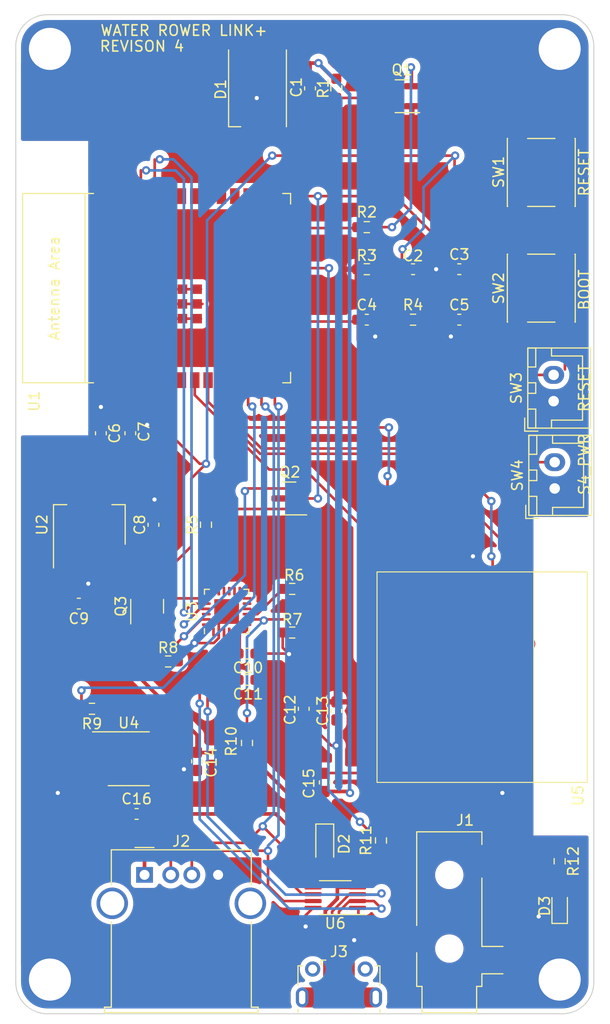
<source format=kicad_pcb>
(kicad_pcb (version 20211014) (generator pcbnew)
  (layers (0 "F.Cu" signal) (31 "B.Cu" signal) (34 "B.Paste" user) (35 "F.Paste" user) (36 "B.SilkS" user "B.Silkscreen") (37 "F.SilkS" user "F.Silkscreen") (38 "B.Mask" user) (39 "F.Mask" user) (44 "Edge.Cuts" user))
  (net 0 "")
  (net 1 "Net-(Q1-Pad2)")
  (net 2 "3.3V")
  (net 3 "CHIP_PU")
  (net 4 "VBUS")
  (net 5 "Net-(R10-Pad2)")
  (net 6 "GND")
  (net 7 "Net-(R7-Pad2)")
  (net 8 "Net-(J2-PadR)")
  (net 9 "S4_EN")
  (net 10 "BOOT")
  (net 11 "S4_VBUS")
  (net 12 "ESD_VBUS")
  (net 13 "ESD_DP")
  (net 14 "ESD_DN")
  (net 15 "ESD_S4_DP")
  (net 16 "ESD_S4_DN")
  (net 17 "U0_RXD")
  (net 18 "U0_TXD")
  (net 19 "ANT_RST")
  (net 20 "ANT_TX")
  (net 21 "ANT_RX")
  (net 22 "ANT_RTS")
  (net 51 "Net-(C5-Pad1)")
  (net 52 "Net-(D3-Pad2)")
  (net 53 "Net-(R2-Pad1)")
  (net 54 "Net-(R3-Pad2)")
  (net 55 "Net-(R6-Pad2)")
  (net 95 "Net-(D1-Pad2)")
  (net 97 "Net-(Q2-Pad1)")
  (net 98 "Net-(Q2-Pad2)")
  (net 99 "Net-(Q3-Pad1)")
  (net 100 "Net-(Q3-Pad2)")
  (footprint "LED_SMD:LED_0603_1608Metric_Pad1.05x0.95mm_HandSolder" (layer "F.Cu") (at 150.75 169.75 90)
    (fp_text reference "D3")
    (fp_text value "RED LED")
  )
  (footprint "Capacitor_SMD:C_0603_1608Metric_Pad1.08x0.95mm_HandSolder" (layer "F.Cu") (at 141.2 114)
    (fp_text reference "C5")
    (fp_text value "0.1uF")
  )
  (footprint "Capacitor_SMD:C_0603_1608Metric_Pad1.08x0.95mm_HandSolder" (layer "F.Cu") (at 136.8 109.2)
    (fp_text reference "C2")
    (fp_text value "1uF")
  )
  (footprint "Package_TO_SOT_SMD:SOT-23" (layer "F.Cu") (at 125 131 180)
    (fp_text reference "Q2")
    (fp_text value "MMBT3904")
  )
  (footprint "Capacitor_SMD:C_0603_1608Metric_Pad1.08x0.95mm_HandSolder" (layer "F.Cu") (at 126.4 151 -90)
    (fp_text reference "C12")
    (fp_text value "0.1uF")
  )
  (footprint "Connector_JST:JST_XH_B2B-XH-A_1x02_P2.50mm_Vertical" (layer "F.Cu") (at 150.175 121.75 90)
    (fp_text reference "SW3")
    (fp_text value "RESET")
  )
  (footprint "Resistor_SMD:R_0603_1608Metric_Pad0.98x0.95mm_HandSolder" (layer "F.Cu") (at 121 154.25 90)
    (fp_text reference "R10")
    (fp_text value "22K")
  )
  (footprint "Capacitor_SMD:C_0603_1608Metric_Pad1.08x0.95mm_HandSolder" (layer "F.Cu") (at 121 145.75)
    (fp_text reference "C10")
    (fp_text value "0.1uF")
  )
  (footprint "Connector_USB:USB_A_Molex_67643_Horizontal" (layer "F.Cu") (at 111.25 166.79)
    (fp_text reference "J2")
    (fp_text value "USB_A")
  )
  (footprint "Resistor_SMD:R_0603_1608Metric_Pad0.98x0.95mm_HandSolder" (layer "F.Cu") (at 132.4 105.2)
    (fp_text reference "R2")
    (fp_text value "1K")
  )
  (footprint "Resistor_SMD:R_0603_1608Metric_Pad0.98x0.95mm_HandSolder" (layer "F.Cu") (at 132.4 109.2 180)
    (fp_text reference "R3")
    (fp_text value "10K")
  )
  (footprint "Button_Switch_SMD:SW_Push_1P1T_NO_6x6mm_H9.5mm" (layer "F.Cu") (at 149 100 -90)
    (fp_text reference "SW1")
    (fp_text value "RESET")
  )
  (footprint "Capacitor_SMD:C_0603_1608Metric_Pad1.08x0.95mm_HandSolder" (layer "F.Cu") (at 129.5 151.2 -90)
    (fp_text reference "C13")
    (fp_text value "4.7uF")
  )
  (footprint "Capacitor_SMD:C_0603_1608Metric_Pad1.08x0.95mm_HandSolder" (layer "F.Cu") (at 110.5 161)
    (fp_text reference "C16")
    (fp_text value "1uF")
  )
  (footprint "Package_SO:MSOP-8_3x3mm_P0.65mm" (layer "F.Cu") (at 129.4 168.958 180)
    (fp_text reference "U6")
    (fp_text value "SP0506BAATG")
  )
  (footprint "Resistor_SMD:R_0603_1608Metric_Pad0.98x0.95mm_HandSolder" (layer "F.Cu") (at 133.75 163.52 90)
    (fp_text reference "R11")
    (fp_text value "10K")
  )
  (footprint "Diode_SMD:D_SOD-323_HandSoldering" (layer "F.Cu") (at 128.4 163.858 -90)
    (fp_text reference "D2")
    (fp_text value "1N5819")
  )
  (footprint "Package_TO_SOT_SMD:SOT-223" (layer "F.Cu") (at 106 133.5 90)
    (fp_text reference "U2")
    (fp_text value "AP7361C-33E")
  )
  (footprint "MyParts:D52Q" (layer "F.Cu") (at 153.3715 158 90)
    (fp_text reference "U5")
    (fp_text value "D52Q")
  )
  (footprint "Package_DFN_QFN:QFN-24-1EP_4x4mm_P0.5mm_EP2.6x2.6mm" (layer "F.Cu") (at 119.0625 141.75 90)
    (fp_text reference "U3")
    (fp_text value "CP2102N-Axx-xQFN24")
  )
  (footprint "Capacitor_SMD:C_0603_1608Metric_Pad1.08x0.95mm_HandSolder" (layer "F.Cu") (at 128.4 158 90)
    (fp_text reference "C15")
    (fp_text value "10uF")
  )
  (footprint "Resistor_SMD:R_0603_1608Metric_Pad0.98x0.95mm_HandSolder" (layer "F.Cu") (at 136.8 114 180)
    (fp_text reference "R4")
    (fp_text value "10K")
  )
  (footprint "Resistor_SMD:R_0603_1608Metric_Pad0.98x0.95mm_HandSolder" (layer "F.Cu") (at 150.75 165.5 90)
    (fp_text reference "R12")
    (fp_text value "5.1K")
  )
  (footprint "Capacitor_SMD:C_0603_1608Metric_Pad1.08x0.95mm_HandSolder" (layer "F.Cu") (at 132.4 114)
    (fp_text reference "C4")
    (fp_text value "0.1uF")
  )
  (footprint "Capacitor_SMD:C_0603_1608Metric_Pad1.08x0.95mm_HandSolder" (layer "F.Cu") (at 141.2 109.2 180)
    (fp_text reference "C3")
    (fp_text value "0.1uF")
  )
  (footprint "Espressif:ESP32-S3-WROOM-1" (layer "F.Cu") (at 115.4 111 90)
    (fp_text reference "U1")
    (fp_text value "ESP32-S3-WROOM-1")
  )
  (footprint "Connector_USB:USB_Micro-B_Molex-105017-0001" (layer "F.Cu") (at 129.75 177.21)
    (fp_text reference "J3")
    (fp_text value "USB_B_Micro")
  )
  (footprint "Resistor_SMD:R_0603_1608Metric_Pad0.98x0.95mm_HandSolder" (layer "F.Cu") (at 129.5 92 90)
    (fp_text reference "R1")
    (fp_text value "10K")
  )
  (footprint "Capacitor_SMD:C_0603_1608Metric_Pad1.08x0.95mm_HandSolder" (layer "F.Cu") (at 112.1 133.5 -90)
    (fp_text reference "C8")
    (fp_text value "4.7uF")
  )
  (footprint "Resistor_SMD:R_0603_1608Metric_Pad0.98x0.95mm_HandSolder" (layer "F.Cu") (at 117.1 133.5 90)
    (fp_text reference "R5")
    (fp_text value "10K")
  )
  (footprint "Resistor_SMD:R_0603_1608Metric_Pad0.98x0.95mm_HandSolder" (layer "F.Cu") (at 113.5 146.5 180)
    (fp_text reference "R8")
    (fp_text value "10K")
  )
  (footprint "Package_TO_SOT_SMD:SOT-23" (layer "F.Cu") (at 111.5 141.25 90)
    (fp_text reference "Q3")
    (fp_text value "MMBT3904")
  )
  (footprint "Package_SO:SOIC-8_3.9x4.9mm_P1.27mm" (layer "F.Cu") (at 109.75 155.75)
    (fp_text reference "U4")
    (fp_text value "LM3525M-H")
  )
  (footprint "Package_TO_SOT_SMD:SOT-23" (layer "F.Cu") (at 135.75 92.75 180)
    (fp_text reference "Q1")
    (fp_text value "BSS138")
  )
  (footprint "Capacitor_SMD:C_0603_1608Metric_Pad1.08x0.95mm_HandSolder" (layer "F.Cu") (at 121 148.25)
    (fp_text reference "C11")
    (fp_text value "4.7uF")
  )
  (footprint "Resistor_SMD:R_0603_1608Metric_Pad0.98x0.95mm_HandSolder" (layer "F.Cu") (at 125.3 139.6 180)
    (fp_text reference "R6")
    (fp_text value "1K")
  )
  (footprint "Resistor_SMD:R_0603_1608Metric_Pad0.98x0.95mm_HandSolder" (layer "F.Cu") (at 106.25 151 180)
    (fp_text reference "R9")
    (fp_text value "10K")
  )
  (footprint "Resistor_SMD:R_0603_1608Metric_Pad0.98x0.95mm_HandSolder" (layer "F.Cu") (at 125.3 143.75)
    (fp_text reference "R7")
    (fp_text value "47K")
  )
  (footprint "Connector_Audio:Jack_3.5mm_CUI_SJ-3523-SMT_Horizontal" (layer "F.Cu") (at 140.25 171.3 180)
    (fp_text reference "J1")
    (fp_text value "AudioJack3")
  )
  (footprint "LED_SMD:LED_SK6812_PLCC4_5.0x5.0mm_P3.2mm" (layer "F.Cu") (at 122 92 -90)
    (fp_text reference "D1")
    (fp_text value "SK6812")
  )
  (footprint "Capacitor_SMD:C_0603_1608Metric_Pad1.08x0.95mm_HandSolder" (layer "F.Cu") (at 127 92 90)
    (fp_text reference "C1")
    (fp_text value "0.1uF")
  )
  (footprint "Capacitor_SMD:C_0603_1608Metric_Pad1.08x0.95mm_HandSolder" (layer "F.Cu") (at 105 141 180)
    (fp_text reference "C9")
    (fp_text value "4.7uF")
  )
  (footprint "Capacitor_SMD:C_0603_1608Metric_Pad1.08x0.95mm_HandSolder" (layer "F.Cu") (at 116.25 156 90)
    (fp_text reference "C14")
    (fp_text value "0.1uF")
  )
  (footprint "Capacitor_SMD:C_0603_1608Metric_Pad1.08x0.95mm_HandSolder" (layer "F.Cu") (at 109.9 124.8 90)
    (fp_text reference "C7")
    (fp_text value "0.1uF")
  )
  (footprint "Button_Switch_SMD:SW_Push_1P1T_NO_6x6mm_H9.5mm" (layer "F.Cu") (at 149 111 -90)
    (fp_text reference "SW2")
    (fp_text value "BOOT")
  )
  (footprint "Capacitor_SMD:C_0603_1608Metric_Pad1.08x0.95mm_HandSolder" (layer "F.Cu") (at 107.1 124.8 90)
    (fp_text reference "C6")
    (fp_text value "10uF")
  )
  (footprint "Connector_JST:JST_XH_B2B-XH-A_1x02_P2.50mm_Vertical" (layer "F.Cu") (at 150.275 130.05 90)
    (fp_text reference "SW4")
    (fp_text value "S4")
  )
  (gr_arc locked (start 151 85) (mid 153.12132 85.87868) (end 154 88) (layer "Edge.Cuts") (width 0.1))
  (gr_line locked (start 154 88) (end 154 177) (layer "Edge.Cuts") (width 0.1))
  (gr_arc locked (start 102 180) (mid 99.87868 179.12132) (end 99 177) (layer "Edge.Cuts") (width 0.1))
  (gr_line locked (start 102 85) (end 151 85) (layer "Edge.Cuts") (width 0.1))
  (gr_line locked (start 99 88) (end 99 177) (layer "Edge.Cuts") (width 0.1))
  (gr_line locked (start 102 180) (end 151 180) (layer "Edge.Cuts") (width 0.1))
  (gr_arc locked (start 154 177) (mid 153.12132 179.12132) (end 151 180) (layer "Edge.Cuts") (width 0.1))
  (gr_arc locked (start 99 88) (mid 99.87868 85.87868) (end 102 85) (layer "Edge.Cuts") (width 0.1))
  (gr_text "REVISON 4" (at 111 88) (layer "F.SilkS") (effects (font (size 1 1))))
  (gr_text "S4_PWR" (at 153.09 127.75 90) (layer "F.SilkS") (effects (font (size 1 1))))
  (gr_text "WATER ROWER LINK+" (at 115 86.5) (layer "F.SilkS") (effects (font (size 1 1))))
  (gr_text "RESET" (at 153.09 120.5 90) (layer "F.SilkS") (effects (font (size 1 1))))
  (gr_text "RESET" (at 153.09 100 90) (layer "F.SilkS") (effects (font (size 1 1))))
  (segment (start 136.6 90) (end 136.6875 90.0875) (width 0.25) (layer "F.Cu") (net 1))
  (segment (start 133.1625 109.2) (end 133.1625 105.35) (width 0.25) (layer "F.Cu") (net 1))
  (segment (start 134.8 105.2) (end 133.3125 105.2) (width 0.25) (layer "F.Cu") (net 1))
  (segment (start 136.6875 90.0875) (end 136.6875 91.8) (width 0.25) (layer "F.Cu") (net 1))
  (via (at 136.6 90) (size 0.8) (drill 0.4) (layers "F.Cu" "B.Cu") (net 1))
  (via (at 134.8 105.2) (size 0.8) (drill 0.4) (layers "F.Cu" "B.Cu") (net 1))
  (segment (start 134.8 105.2) (end 136.6 103.4) (width 0.25) (layer "B.Cu") (net 1))
  (segment (start 136.6 103.4) (end 136.6 90) (width 0.25) (layer "B.Cu") (net 1))
  (segment (start 119.8125 143.6875) (end 119.8125 145.425) (width 0.25) (layer "F.Cu") (net 2))
  (segment (start 120.3125 143.6875) (end 120.8125 143.6875) (width 0.25) (layer "F.Cu") (net 2))
  (segment (start 120.3125 143.6875) (end 120.3125 145.575) (width 0.25) (layer "F.Cu") (net 2))
  (segment (start 120.1375 145.75) (end 120.1375 148.25) (width 0.25) (layer "F.Cu") (net 2))
  (segment (start 121 143.5) (end 121 143) (width 0.25) (layer "F.Cu") (net 2))
  (segment (start 120.8125 143.6875) (end 121 143.5) (width 0.25) (layer "F.Cu") (net 2))
  (segment (start 142.6 100.175) (end 142.575 100.175) (width 0.25) (layer "F.Cu") (net 3))
  (segment (start 117.1 127.7) (end 116.5 127.7) (width 0.25) (layer "F.Cu") (net 3))
  (segment (start 142.0625 115.5625) (end 142.0625 114) (width 0.25) (layer "F.Cu") (net 3))
  (segment (start 116.5 127.7) (end 109.68 120.88) (width 0.25) (layer "F.Cu") (net 3))
  (segment (start 135.8 107.3) (end 135.7375 107.3625) (width 0.25) (layer "F.Cu") (net 3))
  (segment (start 109.68 120.88) (end 109.68 119.75) (width 0.25) (layer "F.Cu") (net 3))
  (segment (start 145.75 119.25) (end 150.175 119.25) (width 0.25) (layer "F.Cu") (net 3))
  (segment (start 117.1 127.7) (end 115.7 129.1) (width 0.25) (layer "F.Cu") (net 3))
  (segment (start 142.0625 115.5625) (end 145.75 119.25) (width 0.25) (layer "F.Cu") (net 3))
  (segment (start 111.5 139.75) (end 115.7 135.55) (width 0.25) (layer "F.Cu") (net 3))
  (segment (start 146.75 96.025) (end 142.6 100.175) (width 0.25) (layer "F.Cu") (net 3))
  (segment (start 139.2625 111.2) (end 142.0625 114) (width 0.25) (layer "F.Cu") (net 3))
  (segment (start 146.375 103.975) (end 142.575 100.175) (width 0.25) (layer "F.Cu") (net 3))
  (segment (start 115.7 129.1) (end 115.7 135.55) (width 0.25) (layer "F.Cu") (net 3))
  (segment (start 141.425 100.175) (end 140.75 99.5) (width 0.25) (layer "F.Cu") (net 3))
  (segment (start 142.6 100.175) (end 141.425 100.175) (width 0.25) (layer "F.Cu") (net 3))
  (segment (start 140.8 98.4) (end 123.4 98.4) (width 0.25) (layer "F.Cu") (net 3))
  (segment (start 135.7375 107.3625) (end 135.7375 109.2) (width 0.25) (layer "F.Cu") (net 3))
  (segment (start 135.7375 109.2) (end 137.7375 111.2) (width 0.25) (layer "F.Cu") (net 3))
  (segment (start 140.75 98.45) (end 140.8 98.4) (width 0.25) (layer "F.Cu") (net 3))
  (segment (start 140.75 99.5) (end 140.75 98.45) (width 0.25) (layer "F.Cu") (net 3))
  (segment (start 135.6875 113.25) (end 137.7375 111.2) (width 0.25) (layer "F.Cu") (net 3))
  (segment (start 137.7375 111.2) (end 139.2625 111.2) (width 0.25) (layer "F.Cu") (net 3))
  (segment (start 135.6875 113.8) (end 135.6875 113.25) (width 0.25) (layer "F.Cu") (net 3))
  (via (at 123.4 98.4) (size 0.8) (drill 0.4) (layers "F.Cu" "B.Cu") (net 3))
  (via (at 140.8 98.4) (size 0.8) (drill 0.4) (layers "F.Cu" "B.Cu") (net 3))
  (via (at 135.8 107.3) (size 0.8) (drill 0.4) (layers "F.Cu" "B.Cu") (net 3))
  (via (at 117.1 127.7) (size 0.8) (drill 0.4) (layers "F.Cu" "B.Cu") (net 3))
  (segment (start 135.8 107.3) (end 137.8 105.3) (width 0.25) (layer "B.Cu") (net 3))
  (segment (start 117.1 127.7) (end 117.2 127.6) (width 0.25) (layer "B.Cu") (net 3))
  (segment (start 137.8 105.3) (end 137.8 101.4) (width 0.25) (layer "B.Cu") (net 3))
  (segment (start 117.2 127.6) (end 117.2 104.55) (width 0.25) (layer "B.Cu") (net 3))
  (segment (start 137.8 101.4) (end 140.8 98.4) (width 0.25) (layer "B.Cu") (net 3))
  (segment (start 117.2 104.55) (end 123.35 98.4) (width 0.25) (layer "B.Cu") (net 3))
  (segment (start 123.35 98.4) (end 123.4 98.4) (width 0.25) (layer "B.Cu") (net 3))
  (segment (start 127 91.1375) (end 127 89.6) (width 0.35) (layer "F.Cu") (net 4))
  (segment (start 104 140.8625) (end 104 137.05) (width 0.35) (layer "F.Cu") (net 4))
  (segment (start 127 89.6) (end 127.7625 89.6) (width 0.35) (layer "F.Cu") (net 4))
  (segment (start 126.95 89.55) (end 123.6 89.55) (width 0.35) (layer "F.Cu") (net 4))
  (segment (start 130.6625 158.8625) (end 130.8 159) (width 0.35) (layer "F.Cu") (net 4))
  (segment (start 124.61875 158.78125) (end 121 155.1625) (width 0.35) (layer "F.Cu") (net 4))
  (segment (start 121 155.1625) (end 116.275 155.1625) (width 0.35) (layer "F.Cu") (net 4))
  (segment (start 104.25 141.5) (end 116.25 153.5) (width 0.35) (layer "F.Cu") (net 4))
  (segment (start 128.4 162.608) (end 128.4 158.8625) (width 0.35) (layer "F.Cu") (net 4))
  (segment (start 116.25 153.5) (end 116.25 155.1375) (width 0.35) (layer "F.Cu") (net 4))
  (segment (start 124.7 158.8625) (end 130.6625 158.8625) (width 0.35) (layer "F.Cu") (net 4))
  (segment (start 112.225 155.115) (end 116.2275 155.115) (width 0.35) (layer "F.Cu") (net 4))
  (segment (start 104.25 141.1125) (end 104.25 141.5) (width 0.35) (layer "F.Cu") (net 4))
  (segment (start 124.7 158.8625) (end 124.61875 158.78125) (width 0.35) (layer "F.Cu") (net 4))
  (segment (start 127.7625 89.6) (end 129.5 91.3375) (width 0.35) (layer "F.Cu") (net 4))
  (via (at 130.8 159) (size 0.8) (drill 0.4) (layers "F.Cu" "B.Cu") (net 4))
  (via (at 127.8 89.6) (size 0.8) (drill 0.4) (layers "F.Cu" "B.Cu") (net 4))
  (segment (start 130.762989 92.562989) (end 127.8 89.6) (width 0.35) (layer "B.Cu") (net 4))
  (segment (start 130.8 159) (end 130.762989 158.962989) (width 0.35) (layer "B.Cu") (net 4))
  (segment (start 130.762989 158.962989) (end 130.762989 92.562989) (width 0.35) (layer "B.Cu") (net 4))
  (segment (start 124.9125 142.5) (end 121 142.5) (width 0.25) (layer "F.Cu") (net 5))
  (segment (start 122.6 142.6) (end 122.4 142.6) (width 0.25) (layer "F.Cu") (net 5))
  (segment (start 121 153.3375) (end 121 151.4) (width 0.25) (layer "F.Cu") (net 5))
  (segment (start 126.1625 143.75) (end 124.9125 142.5) (width 0.25) (layer "F.Cu") (net 5))
  (via (at 121 151.4) (size 0.8) (drill 0.4) (layers "F.Cu" "B.Cu") (net 5))
  (via (at 122.6 142.6) (size 0.8) (drill 0.4) (layers "F.Cu" "B.Cu") (net 5))
  (segment (start 121 144.2) (end 121 151.4) (width 0.25) (layer "B.Cu") (net 5))
  (segment (start 122.6 142.6) (end 121 144.2) (width 0.25) (layer "B.Cu") (net 5))
  (segment (start 133.2 115.6) (end 133.2 114.0625) (width 0.25) (layer "F.Cu") (net 6))
  (segment (start 111.35 113.9) (end 107.14 118.11) (width 0.25) (layer "F.Cu") (net 6))
  (segment (start 105.8625 139.1375) (end 105.9 139.1) (width 0.25) (layer "F.Cu") (net 6))
  (segment (start 151.25 103.975) (end 151.25 96.025) (width 0.25) (layer "F.Cu") (net 6))
  (segment (start 118.3125 144.27548) (end 118.3125 143.6875) (width 0.25) (layer "F.Cu") (net 6))
  (segment (start 129.709001 154.709001) (end 129.709001 157.109001) (width 0.25) (layer "F.Cu") (net 6))
  (segment (start 121.925 92.925) (end 126.5625 92.925) (width 0.25) (layer "F.Cu") (net 6))
  (segment (start 105.9 139.1) (end 105.9 136.75) (width 0.25) (layer "F.Cu") (net 6))
  (segment (start 129.5 154.5) (end 129.5 152.0625) (width 0.25) (layer "F.Cu") (net 6))
  (segment (start 107.14 102.25) (end 107.14 114.61) (width 0.25) (layer "F.Cu") (net 6))
  (segment (start 111.5 124) (end 111.4375 123.9375) (width 0.25) (layer "F.Cu") (net 6))
  (segment (start 148.75 170.75) (end 148.8875 170.6125) (width 0.25) (layer "F.Cu") (net 6))
  (segment (start 129.5 154.5) (end 129.709001 154.709001) (width 0.25) (layer "F.Cu") (net 6))
  (segment (start 124.4 145.2) (end 124.4 143.9115) (width 0.25) (layer "F.Cu") (net 6))
  (segment (start 107.14 114.61) (end 107.14 116.39) (width 0.25) (layer "F.Cu") (net 6))
  (segment (start 131.6 172.6) (end 131.6 170.0205) (width 0.25) (layer "F.Cu") (net 6))
  (segment (start 107.1 122.3) (end 107.1 123.9375) (width 0.25) (layer "F.Cu") (net 6))
  (segment (start 126.58 171.7) (end 126.58 170.6405) (width 0.25) (layer "F.Cu") (net 6))
  (segment (start 107.14 118.11) (end 107.14 118.89) (width 0.25) (layer "F.Cu") (net 6))
  (segment (start 111.4375 123.9375) (end 110.4 123.9375) (width 0.25) (layer "F.Cu") (net 6))
  (segment (start 151.25 114.975) (end 151.25 107.025) (width 0.25) (layer "F.Cu") (net 6))
  (segment (start 107.14 118.89) (end 107.14 122.26) (width 0.25) (layer "F.Cu") (net 6))
  (segment (start 111.03 112.5) (end 107.14 116.39) (width 0.25) (layer "F.Cu") (net 6))
  (segment (start 113.96 111.1) (end 110.65 111.1) (width 0.25) (layer "F.Cu") (net 6))
  (segment (start 150.75 170.6125) (end 148.8875 170.6125) (width 0.25) (layer "F.Cu") (net 6))
  (segment (start 126.58 170.6405) (end 127.2875 169.933) (width 0.25) (layer "F.Cu") (net 6))
  (segment (start 125 145.8) (end 124.4 145.2) (width 0.25) (layer "F.Cu") (net 6))
  (segment (start 112.2 131.1) (end 112.2 132.7375) (width 0.25) (layer "F.Cu") (net 6))
  (segment (start 117.83798 144.75) (end 118.3125 144.27548) (width 0.25) (layer "F.Cu") (net 6))
  (segment (start 129.5 154.5) (end 129.0375 154.5) (width 0.25) (layer "F.Cu") (net 6))
  (segment (start 131.05 173.15) (end 131.2 173) (width 0.25) (layer "F.Cu") (net 6))
  (segment (start 116 144.75) (end 117.83798 144.75) (width 0.25) (layer "F.Cu") (net 6))
  (segment (start 131.6 170.0205) (end 131.5125 169.933) (width 0.25) (layer "F.Cu") (net 6))
  (segment (start 103 159) (end 105 161) (width 0.25) (layer "F.Cu") (net 6))
  (segment (start 129.0375 154.5) (end 126.4 151.8625) (width 0.25) (layer "F.Cu") (net 6))
  (segment (start 131.05 175.8475) (end 131.05 173.15) (width 0.25) (layer "F.Cu") (net 6))
  (segment (start 113.81 113.9) (end 116.61 113.9) (width 0.25) (layer "F.Cu") (net 6))
  (segment (start 140.4 115.6) (end 140.4 114.0625) (width 0.25) (layer "F.Cu") (net 6))
  (segment (start 128.428499 157.109001) (end 129.709001 157.109001) (width 0.25) (layer "F.Cu") (net 6))
  (segment (start 113.96 113.9) (end 111.35 113.9) (width 0.25) (layer "F.Cu") (net 6))
  (segment (start 124.95 145.75) (end 125 145.8) (width 0.25) (layer "F.Cu") (net 6))
  (segment (start 113.81 111.1) (end 116.61 111.1) (width 0.25) (layer "F.Cu") (net 6))
  (segment (start 145.3 159) (end 145.3 158.037501) (width 0.25) (layer "F.Cu") (net 6))
  (segment (start 105.8625 141) (end 105.8625 139.1375) (width 0.25) (layer "F.Cu") (net 6))
  (segment (start 103 159) (end 105.615 156.385) (width 0.25) (layer "F.Cu") (net 6))
  (segment (start 151.25 118.725) (end 151.25 114.975) (width 0.25) (layer "F.Cu") (net 6))
  (segment (start 110.65 111.1) (end 107.14 114.61) (width 0.25) (layer "F.Cu") (net 6))
  (segment (start 107.14 116.39) (end 107.14 118.89) (width 0.25) (layer "F.Cu") (net 6))
  (segment (start 115 156.75) (end 116.1375 156.75) (width 0.25) (layer "F.Cu") (net 6))
  (segment (start 116.76 112.5) (end 111.03 112.5) (width 0.25) (layer "F.Cu") (net 6))
  (segment (start 145.3 158.180501) (end 146.3715 157.109001) (width 0.25) (layer "F.Cu") (net 6))
  (segment (start 131.2 173) (end 131.6 172.6) (width 0.25) (layer "F.Cu") (net 6))
  (segment (start 121.8625 145.75) (end 124.95 145.75) (width 0.25) (layer "F.Cu") (net 6))
  (segment (start 105 161) (end 109.8875 161) (width 0.25) (layer "F.Cu") (net 6))
  (segment (start 139 109.2) (end 137.6625 109.2) (width 0.25) (layer "F.Cu") (net 6))
  (segment (start 139 109.2) (end 140.3375 109.2) (width 0.25) (layer "F.Cu") (net 6))
  (segment (start 121.925 92.925) (end 120.4 94.45) (width 0.25) (layer "F.Cu") (net 6))
  (segment (start 145.3 158.037501) (end 144.3715 157.109001) (width 0.25) (layer "F.Cu") (net 6))
  (segment (start 121.8625 145.75) (end 121.8625 148.25) (width 0.25) (layer "F.Cu") (net 6))
  (segment (start 151.25 107.025) (end 151.25 103.975) (width 0.25) (layer "F.Cu") (net 6))
  (segment (start 105.615 156.385) (end 107.275 156.385) (width 0.25) (layer "F.Cu") (net 6))
  (segment (start 142.3715 138.9) (end 142.3715 136.6285) (width 0.25) (layer "F.Cu") (net 6))
  (segment (start 118.3125 142.7) (end 118.3125 143.6875) (width 0.25) (layer "F.Cu") (net 6))
  (segment (start 129.709001 157.109001) (end 134.3715 157.109001) (width 0.25) (layer "F.Cu") (net 6))
  (via (at 139 109.2) (size 0.8) (drill 0.4) (layers "F.Cu" "B.Cu") (net 6))
  (via (at 148.75 170.75) (size 0.8) (drill 0.4) (layers "F.Cu" "B.Cu") (net 6))
  (via locked (at 150.75 176.75) (size 4.5) (drill 4) (layers "F.Cu" "B.Cu") (net 6))
  (via (at 121.925 92.925) (size 0.8) (drill 0.4) (layers "F.Cu" "B.Cu") (net 6))
  (via (at 115 156.75) (size 0.8) (drill 0.4) (layers "F.Cu" "B.Cu") (net 6))
  (via (at 131.2 173) (size 0.8) (drill 0.4) (layers "F.Cu" "B.Cu") (net 6))
  (via (at 116 144.75) (size 0.8) (drill 0.4) (layers "F.Cu" "B.Cu") (net 6))
  (via (at 140.4 115.6) (size 0.8) (drill 0.4) (layers "F.Cu" "B.Cu") (net 6))
  (via (at 125 145.8) (size 0.8) (drill 0.4) (layers "F.Cu" "B.Cu") (net 6))
  (via locked (at 102.25 176.75) (size 4.5) (drill 4) (layers "F.Cu" "B.Cu") (net 6))
  (via (at 103 159) (size 0.8) (drill 0.4) (layers "F.Cu" "B.Cu") (net 6))
  (via (at 145.3 159) (size 0.8) (drill 0.4) (layers "F.Cu" "B.Cu") (net 6))
  (via (at 133.2 115.6) (size 0.8) (drill 0.4) (layers "F.Cu" "B.Cu") (net 6))
  (via (at 142.5 136.5) (size 0.8) (drill 0.4) (layers "F.Cu" "B.Cu") (net 6))
  (via (at 129.5 154.5) (size 0.8) (drill 0.4) (layers "F.Cu" "B.Cu") (net 6))
  (via (at 126.58 171.7) (size 0.8) (drill 0.4) (layers "F.Cu" "B.Cu") (net 6))
  (via (at 112.2 131.1) (size 0.8) (drill 0.4) (layers "F.Cu" "B.Cu") (net 6))
  (via (at 107.1 122.3) (size 0.8) (drill 0.4) (layers "F.Cu" "B.Cu") (net 6))
  (via (at 105.9 139.1) (size 0.8) (drill 0.4) (layers "F.Cu" "B.Cu") (net 6))
  (via (at 111.5 124) (size 0.8) (drill 0.4) (layers "F.Cu" "B.Cu") (net 6))
  (via locked (at 150.75 88.25) (size 4.5) (drill 4) (layers "F.Cu" "B.Cu") (net 6))
  (via locked (at 102.25 88.25) (size 4.5) (drill 4) (layers "F.Cu" "B.Cu") (net 6))
  (segment (start 121 142) (end 121.9875 142) (width 0.25) (layer "F.Cu") (net 7))
  (segment (start 121.9875 142) (end 124.3875 139.6) (width 0.25) (layer "F.Cu") (net 7))
  (segment (start 136.55 167.2325) (end 133.75 164.4325) (width 0.25) (layer "F.Cu") (net 8))
  (segment (start 136.55 172.9) (end 136.55 167.2325) (width 0.25) (layer "F.Cu") (net 8))
  (segment (start 107.1625 151) (end 107.1625 153.7325) (width 0.25) (layer "F.Cu") (net 9))
  (segment (start 127.75 131) (end 124.0625 131) (width 0.25) (layer "F.Cu") (net 10))
  (segment (start 144.2375 107.025) (end 142.0625 109.2) (width 0.25) (layer "F.Cu") (net 10))
  (segment (start 127.75 102.25) (end 135.1125 102.25) (width 0.25) (layer "F.Cu") (net 10))
  (segment (start 124.15 102.25) (end 127.75 102.25) (width 0.25) (layer "F.Cu") (net 10))
  (segment (start 146.75 114.975) (end 146.75 113.8875) (width 0.25) (layer "F.Cu") (net 10))
  (segment (start 146.75 113.8875) (end 142.0625 109.2) (width 0.25) (layer "F.Cu") (net 10))
  (segment (start 135.1125 102.25) (end 142.0625 109.2) (width 0.25) (layer "F.Cu") (net 10))
  (segment (start 146.75 107.025) (end 144.2375 107.025) (width 0.25) (layer "F.Cu") (net 10))
  (via (at 127.75 131) (size 0.8) (drill 0.4) (layers "F.Cu" "B.Cu") (net 10))
  (via (at 127.75 102.25) (size 0.8) (drill 0.4) (layers "F.Cu" "B.Cu") (net 10))
  (segment (start 127.75 131) (end 127.75 102.25) (width 0.25) (layer "B.Cu") (net 10))
  (segment (start 112.225 156.385) (end 110.615 156.385) (width 0.35) (layer "F.Cu") (net 11))
  (segment (start 123.75 161) (end 111.3625 161) (width 0.35) (layer "F.Cu") (net 11))
  (segment (start 111.25 161.3625) (end 111.6125 161) (width 0.35) (layer "F.Cu") (net 11))
  (segment (start 111.25 166.79) (end 111.25 161.3625) (width 0.35) (layer "F.Cu") (net 11))
  (segment (start 110.5 155.123217) (end 110.5 160.1375) (width 0.35) (layer "F.Cu") (net 11))
  (segment (start 126.1375 166.833) (end 126.1375 163.3875) (width 0.35) (layer "F.Cu") (net 11))
  (segment (start 126.1375 163.3875) (end 123.75 161) (width 0.35) (layer "F.Cu") (net 11))
  (segment (start 110.5 160.1375) (end 111.3625 161) (width 0.35) (layer "F.Cu") (net 11))
  (segment (start 127.2875 167.983) (end 126.1375 166.833) (width 0.35) (layer "F.Cu") (net 11))
  (segment (start 110.5 155.123217) (end 111.778217 153.845) (width 0.35) (layer "F.Cu") (net 11))
  (segment (start 128.45 175.7475) (end 128.45 170.211928) (width 0.35) (layer "F.Cu") (net 12))
  (segment (start 129.599639 169.062289) (end 129.599639 167.983) (width 0.35) (layer "F.Cu") (net 12))
  (segment (start 128.4 165.108) (end 128.4 166.783361) (width 0.35) (layer "F.Cu") (net 12))
  (segment (start 128.45 170.211928) (end 129.599639 169.062289) (width 0.35) (layer "F.Cu") (net 12))
  (segment (start 129.599639 167.983) (end 131.5125 167.983) (width 0.35) (layer "F.Cu") (net 12))
  (segment (start 128.4 166.783361) (end 129.599639 167.983) (width 0.35) (layer "F.Cu") (net 12))
  (segment (start 130.749639 169.283) (end 131.5125 169.283) (width 0.25) (layer "F.Cu") (net 13))
  (segment (start 116.5 150.5) (end 116.5 147.3) (width 0.25) (layer "F.Cu") (net 13))
  (segment (start 129.75 175.8475) (end 129.75 170.282639) (width 0.25) (layer "F.Cu") (net 13))
  (segment (start 133.8 170) (end 133.083 169.283) (width 0.25) (layer "F.Cu") (net 13))
  (segment (start 118.8125 144.9875) (end 118.8125 143.6875) (width 0.25) (layer "F.Cu") (net 13))
  (segment (start 133.083 169.283) (end 131.5125 169.283) (width 0.25) (layer "F.Cu") (net 13))
  (segment (start 129.75 170.282639) (end 130.749639 169.283) (width 0.25) (layer "F.Cu") (net 13))
  (segment (start 116.5 147.3) (end 118.8125 144.9875) (width 0.25) (layer "F.Cu") (net 13))
  (via (at 116.5 150.5) (size 0.8) (drill 0.4) (layers "F.Cu" "B.Cu") (net 13))
  (via (at 133.8 170) (size 0.8) (drill 0.4) (layers "F.Cu" "B.Cu") (net 13))
  (segment (start 125 170) (end 116.5 161.5) (width 0.25) (layer "B.Cu") (net 13))
  (segment (start 116.5 161.5) (end 116.5 150.5) (width 0.25) (layer "B.Cu") (net 13))
  (segment (start 133.8 170) (end 125 170) (width 0.25) (layer "B.Cu") (net 13))
  (segment (start 119.3125 143.6875) (end 119.3125 145.287862) (width 0.25) (layer "F.Cu") (net 14))
  (segment (start 130.749639 168.633) (end 131.5125 168.633) (width 0.25) (layer "F.Cu") (net 14))
  (segment (start 129.1 175.8475) (end 129.1 170.282639) (width 0.25) (layer "F.Cu") (net 14))
  (segment (start 117.25 147.350362) (end 117.25 151.25) (width 0.25) (layer "F.Cu") (net 14))
  (segment (start 129.1 170.282639) (end 130.749639 168.633) (width 0.25) (layer "F.Cu") (net 14))
  (segment (start 133.6835 168.675) (end 131.5545 168.675) (width 0.25) (layer "F.Cu") (net 14))
  (segment (start 133.8 168.5585) (end 133.6835 168.675) (width 0.25) (layer "F.Cu") (net 14))
  (segment (start 119.3125 145.287862) (end 117.25 147.350362) (width 0.25) (layer "F.Cu") (net 14))
  (via (at 133.8 168.5585) (size 0.8) (drill 0.4) (layers "F.Cu" "B.Cu") (net 14))
  (via (at 117.25 151.25) (size 0.8) (drill 0.4) (layers "F.Cu" "B.Cu") (net 14))
  (segment (start 133.6835 168.675) (end 124.675 168.675) (width 0.25) (layer "B.Cu") (net 14))
  (segment (start 133.8 168.5585) (end 133.6835 168.675) (width 0.25) (layer "B.Cu") (net 14))
  (segment (start 117.25 161.25) (end 117.25 151.25) (width 0.25) (layer "B.Cu") (net 14))
  (segment (start 124.675 168.675) (end 117.25 161.25) (width 0.25) (layer "B.Cu") (net 14))
  (segment (start 123 167.815006) (end 123 164.5) (width 0.25) (layer "F.Cu") (net 15))
  (segment (start 124.467994 169.283) (end 123 167.815006) (width 0.25) (layer "F.Cu") (net 15))
  (segment (start 115.75 165) (end 115.75 166.79) (width 0.25) (layer "F.Cu") (net 15))
  (segment (start 127.2875 169.283) (end 124.467994 169.283) (width 0.25) (layer "F.Cu") (net 15))
  (segment (start 115.75 165) (end 116.25 164.5) (width 0.25) (layer "F.Cu") (net 15))
  (segment (start 123 164.5) (end 116.25 164.5) (width 0.25) (layer "F.Cu") (net 15))
  (segment (start 123.65 119.75) (end 123.65 122.1) (width 0.25) (layer "F.Cu") (net 15))
  (via (at 123 164.5) (size 0.8) (drill 0.4) (layers "F.Cu" "B.Cu") (net 15))
  (via (at 124 122.25) (size 0.8) (drill 0.4) (layers "F.Cu" "B.Cu") (net 15))
  (segment (start 124 163.018036) (end 124 122.25) (width 0.25) (layer "B.Cu") (net 15))
  (segment (start 123 164.5) (end 123 164.018036) (width 0.25) (layer "B.Cu") (net 15))
  (segment (start 123 164.018036) (end 124 163.018036) (width 0.25) (layer "B.Cu") (net 15))
  (segment (start 113.75 164.5) (end 113.75 166.79) (width 0.25) (layer "F.Cu") (net 16))
  (segment (start 122.5 162.174992) (end 120.924992 163.75) (width 0.25) (layer "F.Cu") (net 16))
  (segment (start 126.259034 168.633) (end 127.2875 168.633) (width 0.25) (layer "F.Cu") (net 16))
  (segment (start 124.25 166.623966) (end 126.259034 168.633) (width 0.25) (layer "F.Cu") (net 16))
  (segment (start 122.38 119.75) (end 122.38 122.12) (width 0.25) (layer "F.Cu") (net 16))
  (segment (start 124.25 163.924992) (end 124.25 166.623966) (width 0.25) (layer "F.Cu") (net 16))
  (segment (start 120.924992 163.75) (end 114.5 163.75) (width 0.25) (layer "F.Cu") (net 16))
  (segment (start 122.5 162.174992) (end 124.25 163.924992) (width 0.25) (layer "F.Cu") (net 16))
  (segment (start 114.5 163.75) (end 113.75 164.5) (width 0.25) (layer "F.Cu") (net 16))
  (via (at 122.5 162.174992) (size 0.8) (drill 0.4) (layers "F.Cu" "B.Cu") (net 16))
  (via (at 122.75 122.25) (size 0.8) (drill 0.4) (layers "F.Cu" "B.Cu") (net 16))
  (segment (start 122.5 162) (end 123.55048 160.94952) (width 0.25) (layer "B.Cu") (net 16))
  (segment (start 123.55048 123.05048) (end 122.75 122.25) (width 0.25) (layer "B.Cu") (net 16))
  (segment (start 123.55048 160.94952) (end 123.55048 123.05048) (width 0.25) (layer "B.Cu") (net 16))
  (segment (start 122.5 162.174992) (end 122.5 162) (width 0.25) (layer "B.Cu") (net 16))
  (segment (start 116.5 141.5) (end 117.125 141.5) (width 0.25) (layer "F.Cu") (net 17))
  (segment (start 115 143) (end 116.5 141.5) (width 0.25) (layer "F.Cu") (net 17))
  (segment (start 112.22 98.77) (end 112.22 102.25) (width 0.25) (layer "F.Cu") (net 17))
  (via (at 115 142.970469) (size 0.8) (drill 0.4) (layers "F.Cu" "B.Cu") (net 17))
  (via (at 112.7 98.75) (size 0.8) (drill 0.4) (layers "F.Cu" "B.Cu") (net 17))
  (segment (start 115.724511 142.275489) (end 115 143) (width 0.25) (layer "B.Cu") (net 17))
  (segment (start 115.724511 100.474511) (end 115.724511 142.275489) (width 0.25) (layer "B.Cu") (net 17))
  (segment (start 114 98.75) (end 115.724511 100.474511) (width 0.25) (layer "B.Cu") (net 17))
  (segment (start 112.7 98.75) (end 114 98.75) (width 0.25) (layer "B.Cu") (net 17))
  (segment (start 114.946095 141.840938) (end 115.787033 141) (width 0.25) (layer "F.Cu") (net 18))
  (segment (start 110.9 99.8) (end 110.9 102.2) (width 0.25) (layer "F.Cu") (net 18))
  (segment (start 115.787033 141) (end 117.125 141) (width 0.25) (layer "F.Cu") (net 18))
  (via (at 111.4 99.8) (size 0.8) (drill 0.4) (layers "F.Cu" "B.Cu") (net 18))
  (via (at 115 141.840938) (size 0.8) (drill 0.4) (layers "F.Cu" "B.Cu") (net 18))
  (segment (start 115 141.787033) (end 114.946095 141.840938) (width 0.25) (layer "B.Cu") (net 18))
  (segment (start 115 100.6) (end 115 141.787033) (width 0.25) (layer "B.Cu") (net 18))
  (segment (start 114.2 99.8) (end 115 100.6) (width 0.25) (layer "B.Cu") (net 18))
  (segment (start 111.4 99.8) (end 114.2 99.8) (width 0.25) (layer "B.Cu") (net 18))
  (segment (start 123.114282 128.25) (end 126.5 128.25) (width 0.25) (layer "F.Cu") (net 19))
  (segment (start 116.03 119.75) (end 116.03 121.165718) (width 0.25) (layer "F.Cu") (net 19))
  (segment (start 116.03 121.165718) (end 123.114282 128.25) (width 0.25) (layer "F.Cu") (net 19))
  (segment (start 131.75 146.0535) (end 133.6965 148) (width 0.25) (layer "F.Cu") (net 19))
  (segment (start 131.75 133.5) (end 131.75 146.0535) (width 0.25) (layer "F.Cu") (net 19))
  (segment (start 126.5 128.25) (end 131.75 133.5) (width 0.25) (layer "F.Cu") (net 19))
  (segment (start 117.3 121.8) (end 117.3 119.75) (width 0.25) (layer "F.Cu") (net 20))
  (segment (start 146.3715 136.1215) (end 137 126.75) (width 0.25) (layer "F.Cu") (net 20))
  (segment (start 137 126.75) (end 122.25 126.75) (width 0.25) (layer "F.Cu") (net 20))
  (segment (start 146.3715 138.9) (end 146.3715 136.1215) (width 0.25) (layer "F.Cu") (net 20))
  (segment (start 122.25 126.75) (end 117.3 121.8) (width 0.25) (layer "F.Cu") (net 20))
  (segment (start 139.25 126.25) (end 122.385718 126.25) (width 0.25) (layer "F.Cu") (net 21))
  (segment (start 144 131) (end 139.25 126.25) (width 0.25) (layer "F.Cu") (net 21))
  (segment (start 118.57 122.434282) (end 118.57 119.75) (width 0.25) (layer "F.Cu") (net 21))
  (segment (start 122.385718 126.25) (end 118.57 122.434282) (width 0.25) (layer "F.Cu") (net 21))
  (segment (start 144 131.25) (end 144 131) (width 0.25) (layer "F.Cu") (net 21))
  (segment (start 144.3715 138.9) (end 144.3715 136.6285) (width 0.25) (layer "F.Cu") (net 21))
  (via (at 144.25 136.5) (size 0.8) (drill 0.4) (layers "F.Cu" "B.Cu") (net 21))
  (via (at 144.25 131.25) (size 0.8) (drill 0.4) (layers "F.Cu" "B.Cu") (net 21))
  (segment (start 144.25 131.5) (end 144.25 136.5) (width 0.25) (layer "B.Cu") (net 21))
  (segment (start 119.84 119.75) (end 119.84 123.068564) (width 0.25) (layer "F.Cu") (net 22))
  (segment (start 121.021436 124.25) (end 119.84 123.068564) (width 0.25) (layer "F.Cu") (net 22))
  (segment (start 134.3715 138.9) (end 134.3715 128.8715) (width 0.25) (layer "F.Cu") (net 22))
  (segment (start 121.021436 124.25) (end 134.5 124.25) (width 0.25) (layer "F.Cu") (net 22))
  (via (at 134.3715 128.8715) (size 0.8) (drill 0.4) (layers "F.Cu" "B.Cu") (net 22))
  (via (at 134.5 124.25) (size 0.8) (drill 0.4) (layers "F.Cu" "B.Cu") (net 22))
  (segment (start 134.5 128.743) (end 134.3715 128.8715) (width 0.25) (layer "B.Cu") (net 22))
  (segment (start 134.5 124.25) (end 134.5 128.743) (width 0.25) (layer "B.Cu") (net 22))
  (segment (start 131.5375 114.175) (end 131.5375 115.9375) (width 0.25) (layer "F.Cu") (net 51))
  (segment (start 131.5375 115.9375) (end 143.15 127.55) (width 0.25) (layer "F.Cu") (net 51))
  (segment (start 125.4 114.175) (end 131.5375 114.175) (width 0.25) (layer "F.Cu") (net 51))
  (segment (start 143.15 127.55) (end 150.275 127.55) (width 0.25) (layer "F.Cu") (net 51))
  (segment (start 150.75 168.8875) (end 150.75 166.4125) (width 0.25) (layer "F.Cu") (net 52))
  (segment (start 125.4 105.285) (end 131.4025 105.285) (width 0.25) (layer "F.Cu") (net 53))
  (segment (start 121.11 119.75) (end 121.11 122.14) (width 0.25) (layer "F.Cu") (net 54))
  (segment (start 105.25 149.25) (end 105.25 150.9125) (width 0.25) (layer "F.Cu") (net 54))
  (via (at 121.5 122.25) (size 0.8) (drill 0.4) (layers "F.Cu" "B.Cu") (net 54))
  (via (at 105.25 149.25) (size 0.8) (drill 0.4) (layers "F.Cu" "B.Cu") (net 54))
  (segment (start 121.7 140.337114) (end 121.7 122.45) (width 0.25) (layer "B.Cu") (net 54))
  (segment (start 105.25 149.25) (end 105.5 149) (width 0.25) (layer "B.Cu") (net 54))
  (segment (start 105.5 149) (end 113.037114 149) (width 0.25) (layer "B.Cu") (net 54))
  (segment (start 113.037114 149) (end 121.7 140.337114) (width 0.25) (layer "B.Cu") (net 54))
  (segment (start 121.7 122.45) (end 121.5 122.25) (width 0.25) (layer "B.Cu") (net 54))
  (segment (start 127.6 109.1) (end 127.595 109.095) (width 0.25) (layer "F.Cu") (net 55))
  (segment (start 127.595 109.095) (end 125.4 109.095) (width 0.25) (layer "F.Cu") (net 55))
  (segment (start 128.8 109.1) (end 127.6 109.1) (width 0.25) (layer "F.Cu") (net 55))
  (segment (start 131.75 161.75) (end 132.5 162.5) (width 0.25) (layer "F.Cu") (net 55))
  (segment (start 132.5 162.5) (end 134.1425 162.5) (width 0.25) (layer "F.Cu") (net 55))
  (via (at 128.8 109.1) (size 0.8) (drill 0.4) (layers "F.Cu" "B.Cu") (net 55))
  (via (at 131.75 161.75) (size 0.8) (drill 0.4) (layers "F.Cu" "B.Cu") (net 55))
  (segment (start 128.75 109.15) (end 128.8 109.1) (width 0.25) (layer "B.Cu") (net 55))
  (segment (start 128.75 158.75) (end 128.75 109.15) (width 0.25) (layer "B.Cu") (net 55))
  (segment (start 131.75 161.75) (end 128.75 158.75) (width 0.25) (layer "B.Cu") (net 55))
  (segment (start 127.9625 94.45) (end 129.5 92.9125) (width 0.25) (layer "F.Cu") (net 95))
  (segment (start 129.5 92.9125) (end 134.65 92.9125) (width 0.25) (layer "F.Cu") (net 95))
  (segment (start 123.6 94.45) (end 127.9625 94.45) (width 0.25) (layer "F.Cu") (net 95))
  (segment (start 117.6875 132) (end 117.1 132.5875) (width 0.25) (layer "F.Cu") (net 97))
  (segment (start 125.8875 132) (end 117.6875 132) (width 0.25) (layer "F.Cu") (net 97))
  (segment (start 115 144.1) (end 115.065172 144.1) (width 0.25) (layer "F.Cu") (net 98))
  (segment (start 115.065172 144.1) (end 116.665172 142.5) (width 0.25) (layer "F.Cu") (net 98))
  (segment (start 116.665172 142.5) (end 117.125 142.5) (width 0.25) (layer "F.Cu") (net 98))
  (segment (start 115 144.1) (end 114.4125 144.6875) (width 0.25) (layer "F.Cu") (net 98))
  (segment (start 121.05 130.05) (end 125.9375 130.05) (width 0.25) (layer "F.Cu") (net 98))
  (segment (start 120.8 130.3) (end 121.05 130.05) (width 0.25) (layer "F.Cu") (net 98))
  (segment (start 114.4125 144.6875) (end 114.4125 146.5) (width 0.25) (layer "F.Cu") (net 98))
  (via (at 120.8 130.3) (size 0.8) (drill 0.4) (layers "F.Cu" "B.Cu") (net 98))
  (via (at 115 144.1) (size 0.8) (drill 0.4) (layers "F.Cu" "B.Cu") (net 98))
  (segment (start 120.8 130.3) (end 120.80048 130.30048) (width 0.25) (layer "B.Cu") (net 98))
  (segment (start 120.80048 130.30048) (end 120.80048 138.29952) (width 0.25) (layer "B.Cu") (net 98))
  (segment (start 120.80048 138.29952) (end 115 144.1) (width 0.25) (layer "B.Cu") (net 98))
  (segment (start 110.55 142.1875) (end 110.55 144.4625) (width 0.25) (layer "F.Cu") (net 99))
  (segment (start 110.55 144.4625) (end 112.5875 146.5) (width 0.25) (layer "F.Cu") (net 99))
  (segment (start 112.728928 140.5) (end 117 140.5) (width 0.25) (layer "F.Cu") (net 100))
  (segment (start 117.1 140.475) (end 117.125 140.5) (width 0.25) (layer "F.Cu") (net 100))
  (segment (start 112.45 142.1875) (end 112.45 140.778928) (width 0.25) (layer "F.Cu") (net 100))
  (segment (start 112.45 140.778928) (end 112.728928 140.5) (width 0.25) (layer "F.Cu") (net 100))
  (segment (start 117.1 134.4125) (end 117.1 140.475) (width 0.25) (layer "F.Cu") (net 100))
  (zone (net 0) (net_name "") (layers F&B.Cu) (connect_pads (clearance 0)) (min_thickness 0.254)
    (keepout (tracks not_allowed) (vias not_allowed) (pads not_allowed) (copperpour not_allowed) (footprints allowed))
    (fill (thermal_gap 0.508) (thermal_bridge_width 0.508))
    (polygon (pts (xy 155.449978 163.056601) (xy 148.25 163.05) (xy 148.25 132.75) (xy 155.549978 132.756601)))
  )
  (zone (net 0) (net_name "") (layers F&B.Cu) (connect_pads (clearance 0)) (min_thickness 0.254)
    (keepout (tracks not_allowed) (vias not_allowed) (pads not_allowed) (copperpour not_allowed) (footprints allowed))
    (fill (thermal_gap 0.508) (thermal_bridge_width 0.508))
    (polygon (pts (xy 105.9 125) (xy 97.9 125) (xy 97.9 97) (xy 105.9 97)))
  )
  (zone locked (net 2) (net_name "3.3V") (layer "F.Cu") (name "GND") (connect_pads (clearance 0.5)) (min_thickness 0.35) (fill yes (thermal_gap 0.508) (thermal_bridge_width 0.508))
    (polygon (pts (xy 155.5 181) (xy 98.000026 181.005134) (xy 97.500026 83.605134) (xy 155.5 83.6)))
  )
  (zone locked (net 6) (net_name "GND") (layer "B.Cu") (name "3.3V") (connect_pads yes (clearance 0.5)) (min_thickness 0.35) (fill yes (thermal_gap 0.508) (thermal_bridge_width 0.508))
    (polygon (pts (xy 155.5 181) (xy 98.000026 181.005133) (xy 97.500026 83.605133) (xy 155.5 83.6)))
  )
)
</source>
